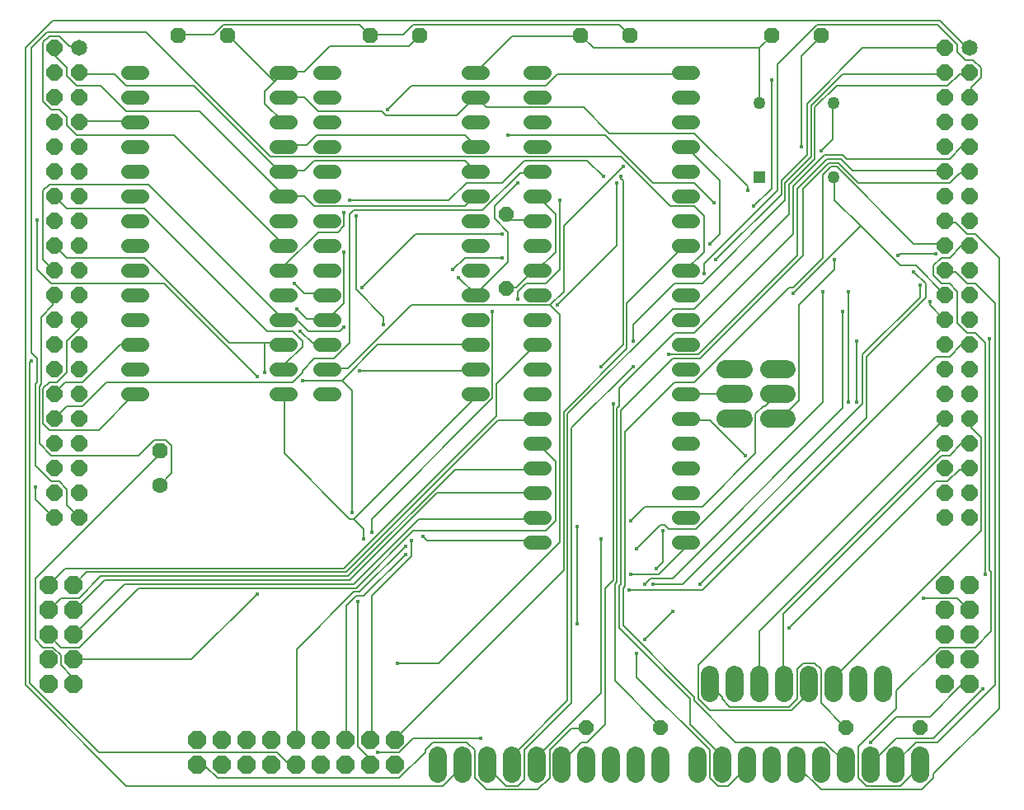
<source format=gbr>
G04 EAGLE Gerber RS-274X export*
G75*
%MOMM*%
%FSLAX34Y34*%
%LPD*%
%INBottom Copper*%
%IPPOS*%
%AMOC8*
5,1,8,0,0,1.08239X$1,22.5*%
G01*
%ADD10C,1.645919*%
%ADD11P,1.781526X8X292.500000*%
%ADD12P,1.732040X8X202.500000*%
%ADD13P,1.732040X8X22.500000*%
%ADD14P,1.583577X8X292.500000*%
%ADD15P,1.732040X8X112.500000*%
%ADD16C,1.600200*%
%ADD17C,1.463037*%
%ADD18P,1.979475X8X22.500000*%
%ADD19C,1.828800*%
%ADD20C,1.260000*%
%ADD21R,1.260000X1.260000*%
%ADD22P,1.583577X8X22.500000*%
%ADD23P,1.979475X8X292.500000*%
%ADD24C,0.203200*%
%ADD25C,0.452400*%


D10*
X63500Y774700D03*
D11*
X38100Y774700D03*
X63500Y749300D03*
X38100Y749300D03*
X63500Y723900D03*
X38100Y723900D03*
X63500Y698500D03*
X38100Y698500D03*
X63500Y673100D03*
X38100Y673100D03*
X63500Y647700D03*
X38100Y647700D03*
X63500Y622300D03*
X38100Y622300D03*
X63500Y596900D03*
X38100Y596900D03*
X63500Y571500D03*
X38100Y571500D03*
X63500Y546100D03*
X38100Y546100D03*
X63500Y520700D03*
X38100Y520700D03*
X63500Y495300D03*
X38100Y495300D03*
X63500Y469900D03*
X38100Y469900D03*
X63500Y444500D03*
X38100Y444500D03*
X63500Y419100D03*
X38100Y419100D03*
X63500Y393700D03*
X38100Y393700D03*
X63500Y368300D03*
X38100Y368300D03*
X63500Y342900D03*
X38100Y342900D03*
X63500Y317500D03*
X38100Y317500D03*
X63500Y292100D03*
X38100Y292100D03*
D10*
X977900Y774700D03*
D11*
X952500Y774700D03*
X977900Y749300D03*
X952500Y749300D03*
X977900Y723900D03*
X952500Y723900D03*
X977900Y698500D03*
X952500Y698500D03*
X977900Y673100D03*
X952500Y673100D03*
X977900Y647700D03*
X952500Y647700D03*
X977900Y622300D03*
X952500Y622300D03*
X977900Y596900D03*
X952500Y596900D03*
X977900Y571500D03*
X952500Y571500D03*
X977900Y546100D03*
X952500Y546100D03*
X977900Y520700D03*
X952500Y520700D03*
X977900Y495300D03*
X952500Y495300D03*
X977900Y469900D03*
X952500Y469900D03*
X977900Y444500D03*
X952500Y444500D03*
X977900Y419100D03*
X952500Y419100D03*
X977900Y393700D03*
X952500Y393700D03*
X977900Y368300D03*
X952500Y368300D03*
X977900Y342900D03*
X952500Y342900D03*
X977900Y317500D03*
X952500Y317500D03*
X977900Y292100D03*
X952500Y292100D03*
D12*
X215900Y787400D03*
X165100Y787400D03*
X412750Y787400D03*
X361950Y787400D03*
D13*
X774700Y787400D03*
X825500Y787400D03*
X577850Y787400D03*
X628650Y787400D03*
D14*
X501650Y603250D03*
X501650Y527050D03*
D15*
X146050Y360680D03*
D16*
X146050Y325120D03*
D17*
X526085Y749300D02*
X540715Y749300D01*
X540715Y723900D02*
X526085Y723900D01*
X526085Y596900D02*
X540715Y596900D01*
X540715Y571500D02*
X526085Y571500D01*
X526085Y698500D02*
X540715Y698500D01*
X540715Y673100D02*
X526085Y673100D01*
X526085Y622300D02*
X540715Y622300D01*
X540715Y647700D02*
X526085Y647700D01*
X526085Y546100D02*
X540715Y546100D01*
X540715Y520700D02*
X526085Y520700D01*
X526085Y495300D02*
X540715Y495300D01*
X540715Y469900D02*
X526085Y469900D01*
X526085Y444500D02*
X540715Y444500D01*
X540715Y419100D02*
X526085Y419100D01*
X526085Y393700D02*
X540715Y393700D01*
X540715Y368300D02*
X526085Y368300D01*
X526085Y342900D02*
X540715Y342900D01*
X540715Y317500D02*
X526085Y317500D01*
X526085Y292100D02*
X540715Y292100D01*
X540715Y266700D02*
X526085Y266700D01*
X678485Y266700D02*
X693115Y266700D01*
X693115Y292100D02*
X678485Y292100D01*
X678485Y317500D02*
X693115Y317500D01*
X693115Y342900D02*
X678485Y342900D01*
X678485Y368300D02*
X693115Y368300D01*
X693115Y393700D02*
X678485Y393700D01*
X678485Y419100D02*
X693115Y419100D01*
X693115Y444500D02*
X678485Y444500D01*
X678485Y469900D02*
X693115Y469900D01*
X693115Y495300D02*
X678485Y495300D01*
X678485Y520700D02*
X693115Y520700D01*
X693115Y546100D02*
X678485Y546100D01*
X678485Y571500D02*
X693115Y571500D01*
X693115Y596900D02*
X678485Y596900D01*
X678485Y622300D02*
X693115Y622300D01*
X693115Y647700D02*
X678485Y647700D01*
X678485Y673100D02*
X693115Y673100D01*
X693115Y698500D02*
X678485Y698500D01*
X678485Y723900D02*
X693115Y723900D01*
X693115Y749300D02*
X678485Y749300D01*
D18*
X184150Y38100D03*
X209550Y38100D03*
X234950Y38100D03*
X260350Y38100D03*
X285750Y38100D03*
X311150Y38100D03*
X184150Y63500D03*
X209550Y63500D03*
X234950Y63500D03*
X260350Y63500D03*
X285750Y63500D03*
X311150Y63500D03*
X336550Y38100D03*
X361950Y38100D03*
X336550Y63500D03*
X361950Y63500D03*
X387350Y38100D03*
X387350Y63500D03*
D17*
X127965Y749300D02*
X113335Y749300D01*
X113335Y723900D02*
X127965Y723900D01*
X127965Y698500D02*
X113335Y698500D01*
X113335Y673100D02*
X127965Y673100D01*
X127965Y647700D02*
X113335Y647700D01*
X113335Y622300D02*
X127965Y622300D01*
X127965Y596900D02*
X113335Y596900D01*
X113335Y571500D02*
X127965Y571500D01*
X127965Y546100D02*
X113335Y546100D01*
X113335Y520700D02*
X127965Y520700D01*
X127965Y495300D02*
X113335Y495300D01*
X113335Y469900D02*
X127965Y469900D01*
X127965Y444500D02*
X113335Y444500D01*
X113335Y419100D02*
X127965Y419100D01*
X265735Y419100D02*
X280365Y419100D01*
X280365Y444500D02*
X265735Y444500D01*
X265735Y469900D02*
X280365Y469900D01*
X280365Y495300D02*
X265735Y495300D01*
X265735Y520700D02*
X280365Y520700D01*
X280365Y546100D02*
X265735Y546100D01*
X265735Y571500D02*
X280365Y571500D01*
X280365Y596900D02*
X265735Y596900D01*
X265735Y622300D02*
X280365Y622300D01*
X280365Y647700D02*
X265735Y647700D01*
X265735Y673100D02*
X280365Y673100D01*
X280365Y698500D02*
X265735Y698500D01*
X265735Y723900D02*
X280365Y723900D01*
X280365Y749300D02*
X265735Y749300D01*
X310185Y749300D02*
X324815Y749300D01*
X324815Y723900D02*
X310185Y723900D01*
X310185Y698500D02*
X324815Y698500D01*
X324815Y673100D02*
X310185Y673100D01*
X310185Y647700D02*
X324815Y647700D01*
X324815Y622300D02*
X310185Y622300D01*
X310185Y596900D02*
X324815Y596900D01*
X324815Y571500D02*
X310185Y571500D01*
X310185Y546100D02*
X324815Y546100D01*
X324815Y520700D02*
X310185Y520700D01*
X310185Y495300D02*
X324815Y495300D01*
X324815Y469900D02*
X310185Y469900D01*
X310185Y444500D02*
X324815Y444500D01*
X324815Y419100D02*
X310185Y419100D01*
X462585Y419100D02*
X477215Y419100D01*
X477215Y444500D02*
X462585Y444500D01*
X462585Y469900D02*
X477215Y469900D01*
X477215Y495300D02*
X462585Y495300D01*
X462585Y520700D02*
X477215Y520700D01*
X477215Y546100D02*
X462585Y546100D01*
X462585Y571500D02*
X477215Y571500D01*
X477215Y596900D02*
X462585Y596900D01*
X462585Y622300D02*
X477215Y622300D01*
X477215Y647700D02*
X462585Y647700D01*
X462585Y673100D02*
X477215Y673100D01*
X477215Y698500D02*
X462585Y698500D01*
X462585Y723900D02*
X477215Y723900D01*
X477215Y749300D02*
X462585Y749300D01*
D19*
X771906Y393700D02*
X790194Y393700D01*
X790194Y419100D02*
X771906Y419100D01*
X771906Y444500D02*
X790194Y444500D01*
X745744Y393700D02*
X727456Y393700D01*
X727456Y419100D02*
X745744Y419100D01*
X745744Y444500D02*
X727456Y444500D01*
D20*
X762000Y717550D03*
X838200Y717550D03*
X838200Y641350D03*
D21*
X762000Y641350D03*
D19*
X431800Y47244D02*
X431800Y28956D01*
X457200Y28956D02*
X457200Y47244D01*
X482600Y47244D02*
X482600Y28956D01*
X508000Y28956D02*
X508000Y47244D01*
X533400Y47244D02*
X533400Y28956D01*
X558800Y28956D02*
X558800Y47244D01*
X584200Y47244D02*
X584200Y28956D01*
X609600Y28956D02*
X609600Y47244D01*
X635000Y47244D02*
X635000Y28956D01*
X660400Y28956D02*
X660400Y47244D01*
X698500Y47244D02*
X698500Y28956D01*
X723900Y28956D02*
X723900Y47244D01*
X749300Y47244D02*
X749300Y28956D01*
X774700Y28956D02*
X774700Y47244D01*
X800100Y47244D02*
X800100Y28956D01*
X825500Y28956D02*
X825500Y47244D01*
X850900Y47244D02*
X850900Y28956D01*
X876300Y28956D02*
X876300Y47244D01*
X901700Y47244D02*
X901700Y28956D01*
X927100Y28956D02*
X927100Y47244D01*
D22*
X584200Y76200D03*
X660400Y76200D03*
X850900Y76200D03*
X927100Y76200D03*
D23*
X31750Y222250D03*
X31750Y196850D03*
X31750Y171450D03*
X31750Y146050D03*
X31750Y120650D03*
X57150Y222250D03*
X57150Y196850D03*
X57150Y171450D03*
X57150Y146050D03*
X57150Y120650D03*
X952500Y222250D03*
X952500Y196850D03*
X952500Y171450D03*
X952500Y146050D03*
X952500Y120650D03*
X977900Y222250D03*
X977900Y196850D03*
X977900Y171450D03*
X977900Y146050D03*
X977900Y120650D03*
D19*
X889000Y129794D02*
X889000Y111506D01*
X863600Y111506D02*
X863600Y129794D01*
X838200Y129794D02*
X838200Y111506D01*
X812800Y111506D02*
X812800Y129794D01*
X787400Y129794D02*
X787400Y111506D01*
X762000Y111506D02*
X762000Y129794D01*
X736600Y129794D02*
X736600Y111506D01*
X711200Y111506D02*
X711200Y129794D01*
D24*
X839216Y617728D02*
X839216Y640080D01*
X865632Y591312D02*
X906272Y550672D01*
X865632Y591312D02*
X839216Y617728D01*
X906272Y550672D02*
X922528Y550672D01*
X952500Y520700D01*
X839216Y640080D02*
X838200Y641350D01*
X201168Y788416D02*
X166624Y788416D01*
X201168Y788416D02*
X211328Y798576D01*
X351536Y798576D01*
X361696Y788416D01*
X166624Y788416D02*
X165100Y787400D01*
X361696Y788416D02*
X361950Y787400D01*
X363728Y788416D02*
X396240Y788416D01*
X406400Y798576D01*
X617728Y798576D01*
X627888Y788416D01*
X363728Y788416D02*
X361950Y787400D01*
X627888Y788416D02*
X628650Y787400D01*
X804672Y766064D02*
X804672Y672592D01*
X804672Y766064D02*
X824992Y786384D01*
X825500Y787400D01*
X62992Y493776D02*
X62992Y485648D01*
X50800Y473456D01*
X50800Y440944D01*
X40640Y430784D01*
X32512Y430784D01*
X26416Y424688D01*
X26416Y388112D01*
X32512Y382016D01*
X83312Y382016D01*
X119888Y418592D01*
X62992Y493776D02*
X63500Y495300D01*
X119888Y418592D02*
X120650Y419100D01*
X56896Y128016D02*
X56896Y121920D01*
X56896Y128016D02*
X44704Y140208D01*
X44704Y150368D01*
X36576Y158496D01*
X26416Y158496D01*
X18288Y166624D01*
X18288Y229616D01*
X144272Y355600D01*
X144272Y359664D01*
X56896Y121920D02*
X57150Y120650D01*
X144272Y359664D02*
X146050Y360680D01*
X969264Y119888D02*
X977392Y119888D01*
X969264Y119888D02*
X936752Y87376D01*
X902208Y87376D01*
X875792Y60960D01*
X977392Y119888D02*
X977900Y120650D01*
X723392Y107696D02*
X711200Y119888D01*
X723392Y107696D02*
X723392Y105664D01*
X731520Y97536D01*
X792480Y97536D01*
X800608Y105664D01*
X800608Y136144D01*
X806704Y142240D01*
X818896Y142240D01*
X824992Y136144D01*
X824992Y101600D01*
X849376Y77216D01*
X711200Y119888D02*
X711200Y120650D01*
X849376Y77216D02*
X850900Y76200D01*
X193040Y36576D02*
X184912Y36576D01*
X193040Y36576D02*
X205232Y24384D01*
X392176Y24384D01*
X418592Y50800D01*
X418592Y52832D01*
X426720Y60960D01*
X461264Y60960D01*
X469392Y52832D01*
X469392Y24384D01*
X481584Y12192D01*
X534416Y12192D01*
X546608Y24384D01*
X546608Y52832D01*
X568960Y75184D01*
X583184Y75184D01*
X184912Y36576D02*
X184150Y38100D01*
X583184Y75184D02*
X584200Y76200D01*
X796544Y522224D02*
X865632Y591312D01*
D25*
X804672Y672592D03*
X875792Y60960D03*
X796544Y522224D03*
D24*
X36576Y520192D02*
X36576Y510032D01*
X24384Y497840D01*
X24384Y428752D01*
X22352Y426720D01*
X22352Y367792D01*
X34544Y355600D01*
X123952Y355600D01*
X140208Y371856D01*
X152400Y371856D01*
X158496Y365760D01*
X158496Y337312D01*
X146304Y325120D01*
X38100Y520700D02*
X36576Y520192D01*
X146050Y325120D02*
X146304Y325120D01*
X762000Y717550D02*
X762000Y774192D01*
X774192Y786384D01*
X774700Y787400D01*
X272288Y699008D02*
X254000Y717296D01*
X254000Y729488D01*
X264160Y739648D02*
X272288Y747776D01*
X264160Y739648D02*
X254000Y729488D01*
X272288Y699008D02*
X273050Y698500D01*
X272288Y747776D02*
X273050Y749300D01*
X264160Y739648D02*
X217424Y786384D01*
X215900Y787400D01*
X508000Y786384D02*
X577088Y786384D01*
X508000Y786384D02*
X471424Y749808D01*
X577088Y786384D02*
X577850Y787400D01*
X471424Y749808D02*
X469900Y749300D01*
X294640Y749808D02*
X274320Y749808D01*
X294640Y749808D02*
X321056Y776224D01*
X402336Y776224D01*
X412496Y786384D01*
X274320Y749808D02*
X273050Y749300D01*
X412496Y786384D02*
X412750Y787400D01*
X501904Y528320D02*
X512064Y528320D01*
X528320Y544576D01*
X532384Y544576D01*
X501904Y528320D02*
X501650Y527050D01*
X532384Y544576D02*
X533400Y546100D01*
X552704Y603504D02*
X534416Y621792D01*
X552704Y603504D02*
X552704Y564896D01*
X534416Y546608D01*
X534416Y621792D02*
X533400Y622300D01*
X534416Y546608D02*
X533400Y546100D01*
X591312Y774192D02*
X762000Y774192D01*
X591312Y774192D02*
X579120Y786384D01*
X577850Y787400D01*
X18288Y323088D02*
X18288Y310896D01*
X36576Y292608D01*
X38100Y292100D01*
D25*
X18288Y323088D03*
D24*
X686816Y546608D02*
X705104Y564896D01*
X705104Y601472D01*
X694944Y611632D01*
X670560Y611632D01*
X619760Y662432D01*
X260096Y662432D01*
X132080Y790448D01*
X30480Y790448D01*
X14224Y774192D01*
X14224Y461264D01*
X20320Y455168D01*
X20320Y430784D01*
X18288Y428752D01*
X18288Y345440D01*
X34544Y329184D01*
X42672Y329184D01*
X50800Y321056D01*
X50800Y304800D01*
X63500Y292100D01*
X685800Y546100D02*
X686816Y546608D01*
X532384Y646176D02*
X516128Y646176D01*
X477520Y607568D01*
X345440Y607568D01*
X341376Y603504D01*
X341376Y471424D01*
X325120Y455168D01*
X304800Y455168D01*
X292608Y442976D01*
X292608Y440944D01*
X282448Y430784D01*
X91440Y430784D01*
X67056Y406400D01*
X50800Y406400D01*
X38100Y393700D01*
X532384Y646176D02*
X533400Y647700D01*
X684784Y266192D02*
X684784Y260096D01*
X658368Y233680D01*
X629920Y233680D01*
X684784Y266192D02*
X685800Y266700D01*
D25*
X629920Y233680D03*
D24*
X532384Y268224D02*
X420624Y268224D01*
X416560Y272288D01*
X375920Y489712D02*
X375920Y497840D01*
X347472Y526288D01*
X347472Y601472D01*
X532384Y268224D02*
X533400Y266700D01*
D25*
X416560Y272288D03*
X375920Y489712D03*
X347472Y601472D03*
D24*
X316992Y522224D02*
X294640Y522224D01*
X284480Y532384D01*
X316992Y522224D02*
X317500Y520700D01*
X408432Y583184D02*
X497840Y583184D01*
X408432Y583184D02*
X353568Y528320D01*
X284480Y38608D02*
X278384Y38608D01*
X266192Y50800D01*
X83312Y50800D01*
X12192Y121920D01*
X12192Y451104D01*
X14224Y453136D01*
X284480Y38608D02*
X285750Y38100D01*
D25*
X284480Y532384D03*
X497840Y583184D03*
X353568Y528320D03*
X14224Y453136D03*
D24*
X625856Y512064D02*
X684784Y570992D01*
X625856Y512064D02*
X625856Y465328D01*
X560832Y400304D01*
X560832Y237744D01*
X388112Y65024D01*
X684784Y570992D02*
X685800Y571500D01*
X388112Y65024D02*
X387350Y63500D01*
X447040Y546608D02*
X459232Y558800D01*
X497840Y558800D01*
D25*
X447040Y546608D03*
X497840Y558800D03*
D24*
X119888Y699008D02*
X65024Y699008D01*
X119888Y699008D02*
X120650Y698500D01*
X65024Y699008D02*
X63500Y698500D01*
X274320Y674624D02*
X296672Y674624D01*
X306832Y684784D01*
X459232Y684784D01*
X469392Y674624D01*
X274320Y674624D02*
X273050Y673100D01*
X469392Y674624D02*
X469900Y673100D01*
X294640Y648208D02*
X274320Y648208D01*
X294640Y648208D02*
X304800Y658368D01*
X459232Y658368D01*
X469900Y647700D01*
X274320Y648208D02*
X273050Y647700D01*
X99568Y747776D02*
X65024Y747776D01*
X99568Y747776D02*
X111760Y735584D01*
X180848Y735584D01*
X268224Y648208D01*
X272288Y648208D01*
X65024Y747776D02*
X63500Y749300D01*
X272288Y648208D02*
X273050Y647700D01*
X62992Y776224D02*
X52832Y776224D01*
X42672Y786384D01*
X32512Y786384D01*
X26416Y780288D01*
X26416Y719328D01*
X34544Y711200D01*
X42672Y711200D01*
X50800Y703072D01*
X50800Y694944D01*
X60960Y684784D01*
X160528Y684784D01*
X272288Y573024D01*
X63500Y774700D02*
X62992Y776224D01*
X272288Y573024D02*
X273050Y571500D01*
X274320Y621792D02*
X294640Y621792D01*
X304800Y611632D01*
X459232Y611632D01*
X469900Y622300D01*
X274320Y621792D02*
X273050Y622300D01*
X38608Y766064D02*
X38608Y774192D01*
X38608Y766064D02*
X50800Y753872D01*
X50800Y745744D01*
X60960Y735584D01*
X85344Y735584D01*
X111760Y709168D01*
X186944Y709168D01*
X272288Y623824D01*
X38608Y774192D02*
X38100Y774700D01*
X272288Y623824D02*
X273050Y622300D01*
X296672Y495808D02*
X316992Y495808D01*
X296672Y495808D02*
X286512Y505968D01*
X316992Y495808D02*
X317500Y495300D01*
X554736Y747776D02*
X684784Y747776D01*
X554736Y747776D02*
X542544Y735584D01*
X404368Y735584D01*
X379984Y711200D01*
X335280Y564896D02*
X335280Y512064D01*
X319024Y495808D01*
X684784Y747776D02*
X685800Y749300D01*
X319024Y495808D02*
X317500Y495300D01*
X286512Y156464D02*
X286512Y65024D01*
X286512Y156464D02*
X345440Y215392D01*
X351536Y215392D01*
X398272Y262128D01*
X286512Y65024D02*
X285750Y63500D01*
D25*
X286512Y505968D03*
X379984Y711200D03*
X335280Y564896D03*
X398272Y262128D03*
D24*
X119888Y469392D02*
X105664Y469392D01*
X67056Y430784D01*
X48768Y430784D01*
X38608Y420624D01*
X119888Y469392D02*
X120650Y469900D01*
X38608Y420624D02*
X38100Y419100D01*
X302768Y471424D02*
X316992Y471424D01*
X302768Y471424D02*
X290576Y483616D01*
X316992Y471424D02*
X317500Y469900D01*
D25*
X290576Y483616D03*
D24*
X560832Y591312D02*
X621792Y652272D01*
X560832Y591312D02*
X560832Y524256D01*
X546608Y510032D01*
X404368Y510032D01*
X339344Y445008D01*
X319024Y445008D01*
X317500Y444500D01*
X390144Y142240D02*
X432816Y142240D01*
X556768Y266192D01*
X556768Y499872D01*
X546608Y510032D01*
D25*
X621792Y652272D03*
X390144Y142240D03*
D24*
X274320Y357632D02*
X274320Y418592D01*
X274320Y357632D02*
X341376Y290576D01*
X345440Y290576D01*
X469392Y414528D01*
X469392Y418592D01*
X274320Y418592D02*
X273050Y419100D01*
X469392Y418592D02*
X469900Y419100D01*
X556768Y546608D02*
X556768Y617728D01*
X556768Y546608D02*
X542544Y532384D01*
X522224Y532384D01*
X514096Y524256D01*
X514096Y516128D01*
X20320Y546608D02*
X20320Y597408D01*
X20320Y546608D02*
X34544Y532384D01*
X150368Y532384D01*
X245872Y436880D01*
X355600Y280416D02*
X355600Y270256D01*
X355600Y280416D02*
X345440Y290576D01*
D25*
X556768Y617728D03*
X514096Y516128D03*
X20320Y597408D03*
X245872Y436880D03*
X355600Y270256D03*
D24*
X274320Y445008D02*
X274320Y449072D01*
X292608Y467360D01*
X292608Y473456D01*
X282448Y483616D01*
X256032Y483616D01*
X130048Y609600D01*
X50800Y609600D01*
X38100Y622300D01*
X273050Y444500D02*
X274320Y445008D01*
X351536Y442976D02*
X469392Y442976D01*
X469900Y444500D01*
X615696Y570992D02*
X615696Y636016D01*
X615696Y570992D02*
X554736Y510032D01*
X337312Y201168D02*
X337312Y65024D01*
X337312Y201168D02*
X347472Y211328D01*
X355600Y211328D01*
X398272Y254000D01*
X337312Y65024D02*
X336550Y63500D01*
D25*
X351536Y442976D03*
X615696Y636016D03*
X554736Y510032D03*
X398272Y254000D03*
D24*
X254000Y471424D02*
X217424Y471424D01*
X254000Y471424D02*
X272288Y471424D01*
X217424Y471424D02*
X130048Y558800D01*
X50800Y558800D01*
X38100Y571500D01*
X272288Y471424D02*
X273050Y469900D01*
X369824Y469392D02*
X469392Y469392D01*
X369824Y469392D02*
X333248Y432816D01*
X292608Y432816D01*
X254000Y440944D02*
X254000Y471424D01*
X469392Y469392D02*
X469900Y469900D01*
X361696Y44704D02*
X361696Y38608D01*
X361696Y44704D02*
X349504Y56896D01*
X349504Y205232D01*
X343408Y296672D02*
X343408Y422656D01*
X333248Y432816D01*
X361696Y38608D02*
X361950Y38100D01*
D25*
X292608Y432816D03*
X254000Y440944D03*
X349504Y205232D03*
X343408Y296672D03*
D24*
X272288Y495808D02*
X134112Y633984D01*
X32512Y633984D01*
X26416Y627888D01*
X26416Y556768D01*
X36576Y546608D01*
X272288Y495808D02*
X273050Y495300D01*
X38100Y546100D02*
X36576Y546608D01*
X331216Y483616D02*
X335280Y487680D01*
X331216Y483616D02*
X298704Y483616D01*
X288544Y493776D01*
X274320Y493776D01*
X273050Y495300D01*
X686816Y672592D02*
X721360Y638048D01*
X721360Y583184D01*
X711200Y573024D01*
X686816Y672592D02*
X685800Y673100D01*
X363728Y211328D02*
X363728Y65024D01*
X363728Y211328D02*
X404368Y251968D01*
X404368Y268224D01*
X363728Y65024D02*
X361950Y63500D01*
D25*
X335280Y487680D03*
X711200Y573024D03*
X404368Y268224D03*
D24*
X469900Y520700D02*
X503936Y554736D01*
X503936Y585216D01*
X489712Y599440D01*
X489712Y611632D01*
X514096Y636016D01*
X363728Y290576D02*
X363728Y276352D01*
X363728Y290576D02*
X487680Y414528D01*
X487680Y503936D01*
X469392Y522224D02*
X453136Y538480D01*
X469392Y522224D02*
X469900Y520700D01*
D25*
X514096Y636016D03*
X363728Y276352D03*
X487680Y503936D03*
X453136Y538480D03*
D24*
X861568Y473456D02*
X861568Y410464D01*
X715264Y615696D02*
X694944Y636016D01*
X652272Y636016D01*
X603504Y684784D01*
X503936Y684784D01*
D25*
X861568Y410464D03*
X861568Y473456D03*
X715264Y615696D03*
X503936Y684784D03*
D24*
X294640Y723392D02*
X274320Y723392D01*
X294640Y723392D02*
X308864Y709168D01*
X373888Y709168D01*
X377952Y705104D01*
X451104Y705104D01*
X469900Y723900D01*
X274320Y723392D02*
X273050Y723900D01*
X853440Y524256D02*
X853440Y410464D01*
X749808Y627888D02*
X749808Y631952D01*
X694944Y686816D01*
X607568Y686816D01*
X581152Y713232D01*
X481584Y713232D01*
X471424Y723392D01*
X469900Y723900D01*
D25*
X853440Y410464D03*
X853440Y524256D03*
X749808Y627888D03*
D24*
X867664Y774192D02*
X950976Y774192D01*
X867664Y774192D02*
X810768Y717296D01*
X810768Y664464D01*
X784352Y638048D01*
X784352Y623824D01*
X717296Y556768D01*
X575056Y282448D02*
X575056Y182880D01*
X950976Y774192D02*
X952500Y774700D01*
D25*
X717296Y556768D03*
X575056Y282448D03*
X575056Y182880D03*
D24*
X973328Y776224D02*
X977392Y776224D01*
X973328Y776224D02*
X946912Y802640D01*
X36576Y802640D01*
X8128Y774192D01*
X8128Y119888D01*
X111760Y16256D01*
X436880Y16256D01*
X457200Y36576D01*
X977900Y774700D02*
X977392Y776224D01*
X457200Y38100D02*
X457200Y36576D01*
X847344Y747776D02*
X950976Y747776D01*
X847344Y747776D02*
X814832Y715264D01*
X814832Y662432D01*
X788416Y636016D01*
X788416Y617728D01*
X703072Y532384D01*
X674624Y532384D01*
X631952Y489712D01*
X631952Y473456D01*
X631952Y447040D02*
X568960Y384048D01*
X568960Y101600D01*
X520192Y52832D01*
X520192Y22352D01*
X514096Y16256D01*
X501904Y16256D01*
X481584Y36576D01*
X950976Y747776D02*
X952500Y749300D01*
X482600Y38100D02*
X481584Y36576D01*
D25*
X631952Y473456D03*
X631952Y447040D03*
D24*
X967232Y747776D02*
X977392Y747776D01*
X967232Y747776D02*
X955040Y735584D01*
X841248Y735584D01*
X818896Y713232D01*
X818896Y660400D01*
X792480Y633984D01*
X792480Y603504D01*
X694944Y505968D01*
X672592Y505968D01*
X564896Y398272D01*
X564896Y103632D01*
X508000Y46736D01*
X508000Y38100D01*
X977392Y747776D02*
X977900Y749300D01*
X619760Y642112D02*
X619760Y640080D01*
X621792Y638048D01*
X621792Y469392D01*
X599440Y447040D01*
X599440Y270256D02*
X599440Y111760D01*
X534416Y46736D01*
X534416Y38608D01*
X533400Y38100D01*
D25*
X619760Y642112D03*
X599440Y447040D03*
X599440Y270256D03*
D24*
X979424Y725424D02*
X979424Y733552D01*
X989584Y743712D01*
X989584Y753872D01*
X981456Y762000D01*
X973328Y762000D01*
X965200Y770128D01*
X965200Y778256D01*
X944880Y798576D01*
X820928Y798576D01*
X780288Y757936D01*
X780288Y627888D01*
X705104Y552704D01*
X705104Y542544D01*
X611632Y408432D02*
X611632Y227584D01*
X603504Y219456D01*
X603504Y79248D01*
X585216Y60960D01*
X579120Y60960D01*
X558800Y40640D01*
X558800Y38100D01*
X977900Y723900D02*
X979424Y725424D01*
D25*
X705104Y542544D03*
X611632Y408432D03*
D24*
X920496Y544576D02*
X932688Y532384D01*
X932688Y518160D01*
X871728Y457200D01*
X871728Y394208D01*
X701040Y223520D01*
X672592Y195072D02*
X644144Y166624D01*
D25*
X920496Y544576D03*
X701040Y223520D03*
X672592Y195072D03*
X644144Y166624D03*
D24*
X774192Y629920D02*
X774192Y741680D01*
X774192Y629920D02*
X755904Y611632D01*
X827024Y524256D02*
X827024Y410464D01*
X696976Y280416D01*
X668528Y280416D01*
X664464Y284480D01*
X660400Y284480D01*
X636016Y260096D01*
D25*
X774192Y741680D03*
X755904Y611632D03*
X827024Y524256D03*
X636016Y260096D03*
D24*
X926592Y518160D02*
X926592Y530352D01*
X926592Y518160D02*
X867664Y459232D01*
X867664Y408432D01*
X682752Y223520D01*
X652272Y223520D01*
D25*
X926592Y530352D03*
X652272Y223520D03*
D24*
X969264Y672592D02*
X977392Y672592D01*
X969264Y672592D02*
X957072Y660400D01*
X851408Y660400D01*
X847344Y664464D01*
X829056Y664464D01*
X796544Y631952D01*
X796544Y583184D01*
X694944Y481584D01*
X674624Y481584D01*
X617728Y424688D01*
X617728Y406400D01*
X615696Y404368D01*
X615696Y225552D01*
X613664Y223520D01*
X613664Y123952D01*
X660400Y77216D01*
X977392Y672592D02*
X977900Y673100D01*
X660400Y77216D02*
X660400Y76200D01*
X857504Y648208D02*
X950976Y648208D01*
X857504Y648208D02*
X845312Y660400D01*
X831088Y660400D01*
X800608Y629920D01*
X800608Y560832D01*
X699008Y459232D01*
X668528Y459232D01*
X662432Y278384D02*
X662432Y245872D01*
X656336Y239776D01*
X950976Y648208D02*
X952500Y647700D01*
D25*
X668528Y459232D03*
X662432Y278384D03*
X656336Y239776D03*
D24*
X967232Y646176D02*
X977392Y646176D01*
X967232Y646176D02*
X957072Y636016D01*
X863600Y636016D01*
X843280Y656336D01*
X833120Y656336D01*
X806704Y629920D01*
X806704Y560832D01*
X701040Y455168D01*
X672592Y455168D01*
X619760Y402336D01*
X619760Y223520D01*
X617728Y221488D01*
X617728Y178816D01*
X690880Y105664D01*
X690880Y79248D01*
X723392Y46736D01*
X723392Y38608D01*
X977392Y646176D02*
X977900Y647700D01*
X723392Y38608D02*
X723900Y38100D01*
X906272Y562864D02*
X942848Y562864D01*
X906272Y562864D02*
X904240Y560832D01*
X847344Y503936D02*
X847344Y404368D01*
X672592Y229616D01*
X650240Y229616D01*
X644144Y223520D01*
X636016Y152400D02*
X636016Y128016D01*
X711200Y52832D01*
X711200Y24384D01*
X719328Y16256D01*
X729488Y16256D01*
X749808Y36576D01*
X749300Y38100D01*
D25*
X942848Y562864D03*
X904240Y560832D03*
X847344Y503936D03*
X644144Y223520D03*
X636016Y152400D03*
D24*
X953008Y595376D02*
X963168Y595376D01*
X975360Y583184D01*
X983488Y583184D01*
X1007872Y558800D01*
X1007872Y95504D01*
X940816Y28448D01*
X940816Y24384D01*
X928624Y12192D01*
X824992Y12192D01*
X800608Y36576D01*
X953008Y595376D02*
X952500Y596900D01*
X800100Y38100D02*
X800608Y36576D01*
X920496Y573024D02*
X950976Y573024D01*
X920496Y573024D02*
X841248Y652272D01*
X835152Y652272D01*
X827024Y644144D01*
X827024Y558800D01*
X796544Y528320D01*
X792480Y528320D01*
X694944Y430784D01*
X674624Y430784D01*
X623824Y379984D01*
X623824Y221488D01*
X621792Y219456D01*
X621792Y180848D01*
X694944Y107696D01*
X694944Y103632D01*
X737616Y60960D01*
X829056Y60960D01*
X851408Y38608D01*
X952500Y571500D02*
X950976Y573024D01*
X851408Y38608D02*
X850900Y38100D01*
X969264Y570992D02*
X977392Y570992D01*
X969264Y570992D02*
X957072Y558800D01*
X948944Y558800D01*
X940816Y550672D01*
X940816Y540512D01*
X948944Y532384D01*
X957072Y532384D01*
X965200Y524256D01*
X965200Y491744D01*
X975360Y481584D01*
X983488Y481584D01*
X993648Y471424D01*
X993648Y233680D01*
X991616Y115824D02*
X940816Y65024D01*
X902208Y65024D01*
X875792Y38608D01*
X977392Y570992D02*
X977900Y571500D01*
X875792Y38608D02*
X876300Y38100D01*
D25*
X993648Y233680D03*
X991616Y115824D03*
D24*
X963168Y544576D02*
X953008Y544576D01*
X963168Y544576D02*
X975360Y532384D01*
X983488Y532384D01*
X1003808Y512064D01*
X1003808Y119888D01*
X944880Y60960D01*
X922528Y60960D01*
X900176Y38608D01*
X953008Y544576D02*
X952500Y546100D01*
X900176Y38608D02*
X901700Y38100D01*
X997712Y237744D02*
X997712Y475488D01*
X997712Y237744D02*
X999744Y235712D01*
X999744Y174752D01*
X983488Y158496D01*
X946912Y158496D01*
X902208Y113792D01*
X902208Y95504D01*
X863600Y56896D01*
X863600Y24384D01*
X871728Y16256D01*
X906272Y16256D01*
X926592Y36576D01*
X927100Y38100D01*
D25*
X997712Y475488D03*
D24*
X977392Y469392D02*
X969264Y469392D01*
X957072Y457200D01*
X942848Y457200D01*
X703072Y217424D01*
X627888Y217424D01*
X475488Y65024D02*
X406400Y65024D01*
X392176Y50800D01*
X369824Y50800D01*
X977392Y469392D02*
X977900Y469900D01*
D25*
X627888Y217424D03*
X475488Y65024D03*
X369824Y50800D03*
D24*
X274320Y546608D02*
X274320Y550672D01*
X308864Y585216D01*
X329184Y585216D01*
X335280Y591312D01*
X335280Y605536D01*
X341376Y617728D02*
X442976Y617728D01*
X461264Y636016D01*
X497840Y636016D01*
X520192Y658368D01*
X585216Y658368D01*
X601472Y642112D01*
X936752Y514096D02*
X936752Y510032D01*
X950976Y495808D01*
X274320Y546608D02*
X273050Y546100D01*
X950976Y495808D02*
X952500Y495300D01*
D25*
X335280Y605536D03*
X341376Y617728D03*
X601472Y642112D03*
X936752Y514096D03*
D24*
X532384Y597408D02*
X505968Y597408D01*
X501904Y601472D01*
X532384Y597408D02*
X533400Y596900D01*
X501904Y601472D02*
X501650Y603250D01*
X979424Y392176D02*
X979424Y384048D01*
X989584Y373888D01*
X989584Y278384D01*
X839216Y128016D01*
X839216Y121920D01*
X979424Y392176D02*
X977900Y393700D01*
X839216Y121920D02*
X838200Y120650D01*
X812800Y120650D02*
X812800Y111760D01*
X794512Y93472D01*
X711200Y93472D01*
X699008Y105664D01*
X699008Y140208D01*
X952500Y393700D01*
X969264Y367792D02*
X977392Y367792D01*
X969264Y367792D02*
X957072Y355600D01*
X948944Y355600D01*
X786384Y193040D01*
X786384Y121920D01*
X977392Y367792D02*
X977900Y368300D01*
X786384Y121920D02*
X787400Y120650D01*
X950976Y363728D02*
X950976Y367792D01*
X950976Y363728D02*
X762000Y174752D01*
X762000Y120650D01*
X950976Y367792D02*
X952500Y368300D01*
X532384Y469392D02*
X491744Y428752D01*
X491744Y396240D01*
X335280Y239776D01*
X48768Y239776D01*
X32512Y223520D01*
X532384Y469392D02*
X533400Y469900D01*
X32512Y223520D02*
X31750Y222250D01*
X58928Y146304D02*
X178816Y146304D01*
X245872Y213360D01*
X58928Y146304D02*
X57150Y146050D01*
X768096Y406400D02*
X780288Y418592D01*
X768096Y406400D02*
X766064Y406400D01*
X757936Y398272D01*
X757936Y357632D01*
X703072Y302768D01*
X644144Y302768D01*
X629920Y288544D01*
X780288Y418592D02*
X781050Y419100D01*
D25*
X245872Y213360D03*
X629920Y288544D03*
D24*
X532384Y392176D02*
X493776Y392176D01*
X337312Y235712D01*
X71120Y235712D01*
X58928Y223520D01*
X532384Y392176D02*
X533400Y393700D01*
X58928Y223520D02*
X57150Y222250D01*
X449072Y341376D02*
X532384Y341376D01*
X449072Y341376D02*
X339344Y231648D01*
X85344Y231648D01*
X62992Y209296D01*
X44704Y209296D01*
X32512Y197104D01*
X532384Y341376D02*
X533400Y342900D01*
X32512Y197104D02*
X31750Y196850D01*
X430784Y316992D02*
X532384Y316992D01*
X430784Y316992D02*
X341376Y227584D01*
X89408Y227584D01*
X58928Y197104D01*
X532384Y316992D02*
X533400Y317500D01*
X58928Y197104D02*
X57150Y196850D01*
X686816Y418592D02*
X735584Y418592D01*
X686816Y418592D02*
X685800Y419100D01*
X735584Y418592D02*
X736600Y419100D01*
X711200Y392176D02*
X686816Y392176D01*
X711200Y392176D02*
X747776Y355600D01*
X686816Y392176D02*
X685800Y393700D01*
D25*
X747776Y355600D03*
D24*
X930656Y209296D02*
X965200Y209296D01*
X977392Y197104D01*
X977900Y196850D01*
D25*
X930656Y209296D03*
D24*
X552704Y349504D02*
X534416Y367792D01*
X552704Y349504D02*
X552704Y288544D01*
X542544Y278384D01*
X406400Y278384D01*
X347472Y219456D01*
X123952Y219456D01*
X62992Y158496D01*
X44704Y158496D01*
X31750Y171450D01*
X533400Y368300D02*
X534416Y367792D01*
X532384Y290576D02*
X412496Y290576D01*
X345440Y223520D01*
X109728Y223520D01*
X58928Y172720D01*
X532384Y290576D02*
X533400Y292100D01*
X58928Y172720D02*
X57150Y171450D01*
X837184Y680720D02*
X837184Y717296D01*
X837184Y680720D02*
X824992Y668528D01*
X839216Y556768D02*
X839216Y546608D01*
X802640Y510032D01*
X802640Y412496D01*
X782320Y392176D01*
X837184Y717296D02*
X838200Y717550D01*
X781050Y393700D02*
X782320Y392176D01*
D25*
X824992Y668528D03*
X839216Y556768D03*
D24*
X967232Y341376D02*
X977392Y341376D01*
X967232Y341376D02*
X955040Y329184D01*
X942848Y329184D01*
X792480Y178816D01*
X977392Y341376D02*
X977900Y342900D01*
D25*
X792480Y178816D03*
M02*

</source>
